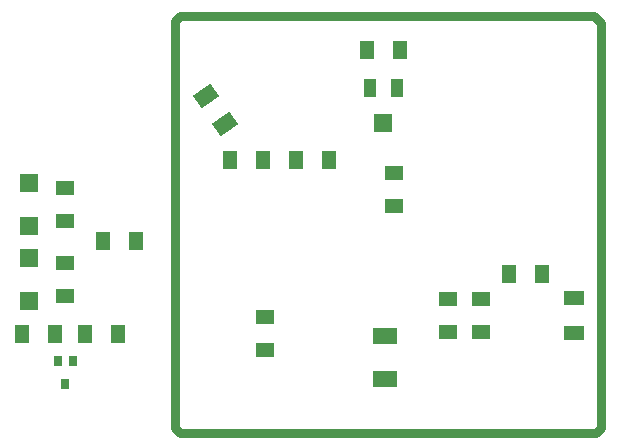
<source format=gtp>
G04*
G04 #@! TF.GenerationSoftware,Altium Limited,Altium Designer,24.9.1 (31)*
G04*
G04 Layer_Color=8421504*
%FSLAX44Y44*%
%MOMM*%
G71*
G04*
G04 #@! TF.SameCoordinates,CAE1AE67-0460-43A2-896A-31C629D7927E*
G04*
G04*
G04 #@! TF.FilePolarity,Positive*
G04*
G01*
G75*
G04:AMPARAMS|DCode=15|XSize=1.8mm|YSize=1.3mm|CornerRadius=0mm|HoleSize=0mm|Usage=FLASHONLY|Rotation=215.000|XOffset=0mm|YOffset=0mm|HoleType=Round|Shape=Rectangle|*
%AMROTATEDRECTD15*
4,1,4,0.3644,1.0487,1.1101,-0.0162,-0.3644,-1.0487,-1.1101,0.0162,0.3644,1.0487,0.0*
%
%ADD15ROTATEDRECTD15*%

%ADD16R,1.2000X1.6500*%
%ADD17R,1.1000X1.6000*%
%ADD18R,1.6000X1.6000*%
%ADD19R,0.7000X0.9000*%
%ADD20R,1.6000X1.5000*%
%ADD21R,1.6500X1.2000*%
%ADD22R,1.8000X1.3000*%
%ADD23R,2.0300X1.4000*%
%ADD24C,0.8000*%
D15*
X329627Y327212D02*
D03*
X312993Y350968D02*
D03*
D16*
X238790Y149860D02*
D03*
X210790D02*
D03*
X185450D02*
D03*
X157450D02*
D03*
X449550Y389890D02*
D03*
X477550D02*
D03*
X333980Y297180D02*
D03*
X361980D02*
D03*
X570200Y200660D02*
D03*
X598200D02*
D03*
X226030Y228600D02*
D03*
X254030D02*
D03*
X389860Y297180D02*
D03*
X417860D02*
D03*
D17*
X475050Y357400D02*
D03*
X452050D02*
D03*
D18*
X463550Y328400D02*
D03*
D19*
X194310Y107340D02*
D03*
X187810Y126340D02*
D03*
X200810D02*
D03*
D20*
X163830Y177580D02*
D03*
Y213580D02*
D03*
Y241080D02*
D03*
Y277080D02*
D03*
D21*
X518160Y179100D02*
D03*
Y151100D02*
D03*
X546100Y179100D02*
D03*
Y151100D02*
D03*
X472440Y285780D02*
D03*
Y257780D02*
D03*
X194310Y273080D02*
D03*
Y245080D02*
D03*
Y209580D02*
D03*
Y181580D02*
D03*
X363220Y163860D02*
D03*
Y135860D02*
D03*
D22*
X624840Y150600D02*
D03*
Y179600D02*
D03*
D23*
X464820Y147940D02*
D03*
Y111140D02*
D03*
D24*
X291120Y66040D02*
X304800D01*
X287020Y70141D02*
Y190500D01*
Y70141D02*
X291120Y66040D01*
X304800D02*
X482600D01*
X287020Y368300D02*
Y414414D01*
X291706Y419100D02*
X342900D01*
X419100D02*
X469900D01*
X482600Y66040D02*
X533400D01*
X584200D01*
X635000D01*
X647700Y165100D02*
Y215900D01*
Y114300D02*
Y165100D01*
Y70141D02*
Y114300D01*
Y266700D02*
Y413228D01*
X520700Y419100D02*
X571500D01*
X469900D02*
X520700D01*
X571500D02*
X622300D01*
X647700Y215900D02*
Y266700D01*
X287020Y414414D02*
X291706Y419100D01*
X287020Y190500D02*
Y215900D01*
Y241300D01*
Y266700D01*
Y292100D01*
Y317500D02*
Y342900D01*
Y292100D02*
Y317500D01*
Y342900D02*
Y368300D01*
X641828Y419100D02*
X647700Y413228D01*
X622300Y419100D02*
X641828D01*
X342900D02*
X419100D01*
X635000Y66040D02*
X643599D01*
X647700Y70141D01*
M02*

</source>
